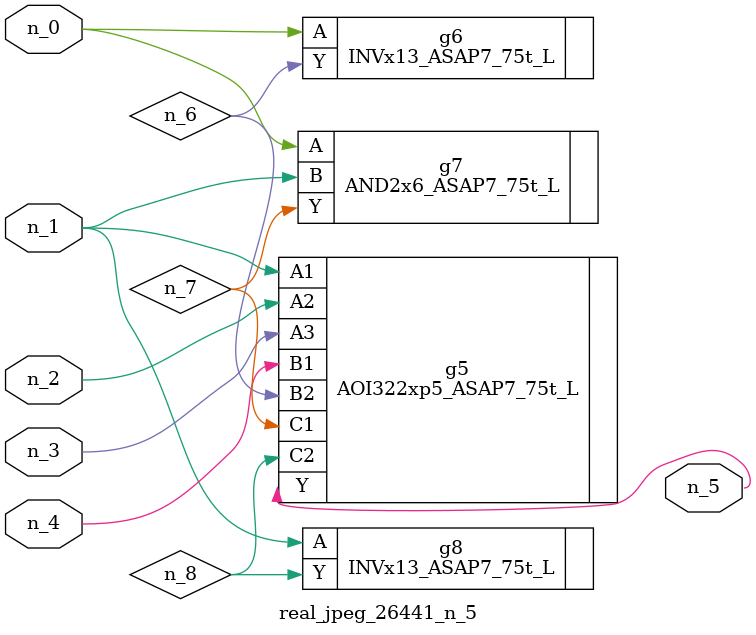
<source format=v>
module real_jpeg_26441_n_5 (n_4, n_0, n_1, n_2, n_3, n_5);

input n_4;
input n_0;
input n_1;
input n_2;
input n_3;

output n_5;

wire n_8;
wire n_6;
wire n_7;

INVx13_ASAP7_75t_L g6 ( 
.A(n_0),
.Y(n_6)
);

AND2x6_ASAP7_75t_L g7 ( 
.A(n_0),
.B(n_1),
.Y(n_7)
);

AOI322xp5_ASAP7_75t_L g5 ( 
.A1(n_1),
.A2(n_2),
.A3(n_3),
.B1(n_4),
.B2(n_6),
.C1(n_7),
.C2(n_8),
.Y(n_5)
);

INVx13_ASAP7_75t_L g8 ( 
.A(n_1),
.Y(n_8)
);


endmodule
</source>
